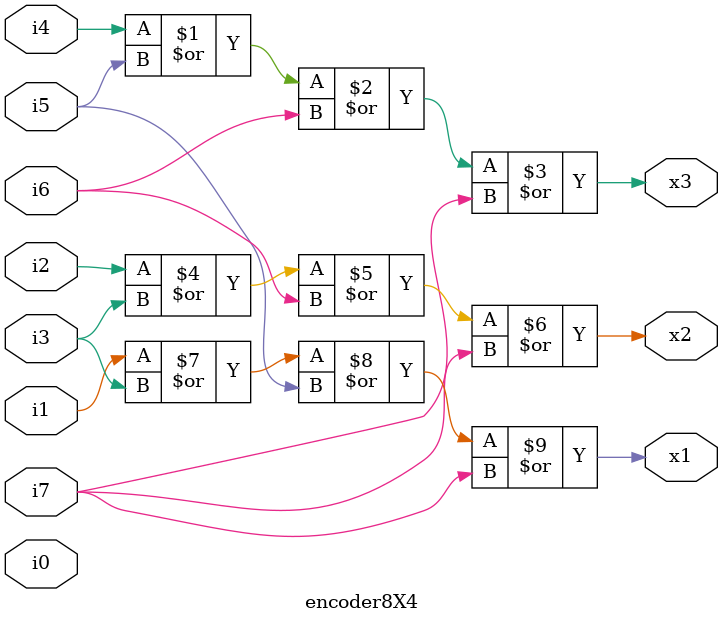
<source format=v>
module encoder8X4 (output x1,x2,x3,input i0,i1,i2,i3,i4,i5,i6,i7);
  assign x3=i4|i5|i6|i7;
  assign x2=i2|i3|i6|i7;
  assign x1=i1|i3|i5|i7;
endmodule

</source>
